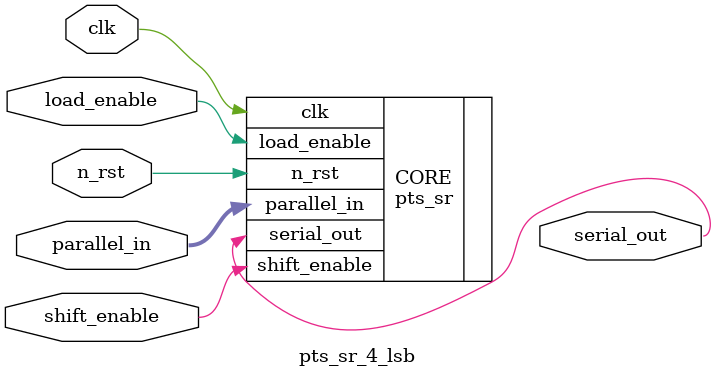
<source format=sv>

module pts_sr_4_lsb
(
	input wire clk,
	input wire n_rst,
	input wire shift_enable,
	input wire load_enable,
	input wire [3:0] parallel_in,
	output reg serial_out 
);

	pts_sr 
	#(
		.NUM_BITS(4),
		.SHIFT_MSB(0)
	)
	CORE(
		.clk(clk),
		.n_rst(n_rst),
		.parallel_in(parallel_in),
		.shift_enable(shift_enable),
		.load_enable(load_enable),
		.serial_out(serial_out)
	);

endmodule
</source>
